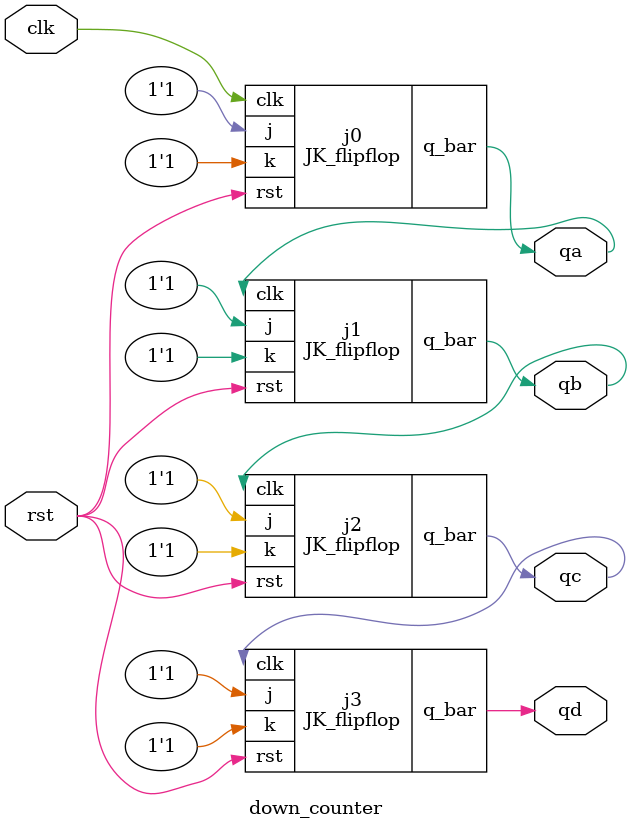
<source format=v>
module JK_flipflop(j,k,rst,clk,q,q_bar);
input j,k,clk,rst;
output reg q;
output q_bar;
    always @ (posedge clk or negedge rst) 
        begin
            if (!rst)
                q <= 0;
            else
                case({j,k})
                    2'b00 : q <= q;
                    2'b01 : q <= 1'b0;
                    2'b10 : q <= 1'b1;
                    2'b11 : q <= ~q;
                endcase 
        end
    assign q_bar = ~q;
endmodule

module down_counter(clk,rst,qa,qb,qc,qd);
input clk,rst;
output qa,qb,qc,qd;

JK_flipflop j0(.j(1'b1),.k(1'b1),.rst(rst),.clk(clk),.q_bar(qa));
JK_flipflop j1(.j(1'b1),.k(1'b1),.rst(rst),.clk(qa),.q_bar(qb));
JK_flipflop j2(.j(1'b1),.k(1'b1),.rst(rst),.clk(qb),.q_bar(qc));
JK_flipflop j3(.j(1'b1),.k(1'b1),.rst(rst),.clk(qc),.q_bar(qd));
endmodule 

</source>
